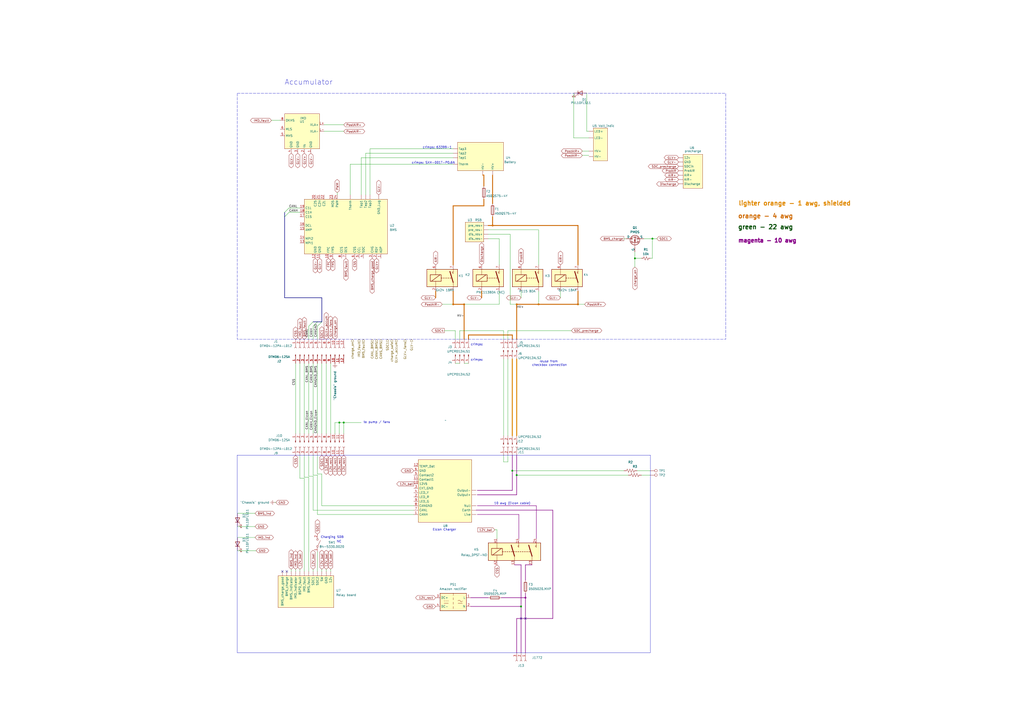
<source format=kicad_sch>
(kicad_sch (version 20231120) (generator "eeschema") (generator_version "8.0")
  (paper "A2")
  (lib_symbols
    (symbol "Connector:Conn_01x03_Socket" (pin_names (offset 1.016) hide)
      (property "Reference" "J" (at 0 5.08 0))
      (property "Value" "Conn_01x03_Socket" (at 0 -5.08 0))
      (symbol "Conn_01x03_Socket_1_1"
        (pin passive line (at -5.08 2.54 0) (length 3.81) (name "Pin_1") (number "1"))
        (pin passive line (at -5.08 0 0) (length 3.81) (name "Pin_2") (number "2"))
        (pin passive line (at -5.08 -2.54 0) (length 3.81) (name "Pin_3") (number "3"))
      )
    )
    (symbol "Connector:Conn_01x04_Pin" (pin_names (offset 1.016) hide)
      (property "Reference" "J" (at 0 5.08 0))
      (property "Value" "Conn_01x04_Pin" (at 0 -7.62 0))
      (symbol "Conn_01x04_Pin_1_1"
        (pin passive line (at 5.08 2.54 180) (length 3.81) (name "Pin_1") (number "1"))
        (pin passive line (at 5.08 0 180) (length 3.81) (name "Pin_2") (number "2"))
        (pin passive line (at 5.08 -2.54 180) (length 3.81) (name "Pin_3") (number "3"))
        (pin passive line (at 5.08 -5.08 180) (length 3.81) (name "Pin_4") (number "4"))
      )
    )
    (symbol "Connector:Conn_01x04_Socket" (pin_names (offset 1.016) hide)
      (property "Reference" "J" (at 0 5.08 0))
      (property "Value" "Conn_01x04_Socket" (at 0 -7.62 0))
      (symbol "Conn_01x04_Socket_1_1"
        (pin passive line (at -5.08 2.54 0) (length 3.81) (name "Pin_1") (number "1"))
        (pin passive line (at -5.08 0 0) (length 3.81) (name "Pin_2") (number "2"))
        (pin passive line (at -5.08 -2.54 0) (length 3.81) (name "Pin_3") (number "3"))
        (pin passive line (at -5.08 -5.08 0) (length 3.81) (name "Pin_4") (number "4"))
      )
    )
    (symbol "Connector:Conn_01x12_Pin" (pin_names (offset 1.016) hide)
      (property "Reference" "J" (at 0 15.24 0))
      (property "Value" "Conn_01x12_Pin" (at 0 -17.78 0))
      (symbol "Conn_01x12_Pin_1_1"
        (pin passive line (at 5.08 12.7 180) (length 3.81) (name "Pin_1") (number "1"))
        (pin passive line (at 5.08 -10.16 180) (length 3.81) (name "Pin_10") (number "10"))
        (pin passive line (at 5.08 -12.7 180) (length 3.81) (name "Pin_11") (number "11"))
        (pin passive line (at 5.08 -15.24 180) (length 3.81) (name "Pin_12") (number "12"))
        (pin passive line (at 5.08 10.16 180) (length 3.81) (name "Pin_2") (number "2"))
        (pin passive line (at 5.08 7.62 180) (length 3.81) (name "Pin_3") (number "3"))
        (pin passive line (at 5.08 5.08 180) (length 3.81) (name "Pin_4") (number "4"))
        (pin passive line (at 5.08 2.54 180) (length 3.81) (name "Pin_5") (number "5"))
        (pin passive line (at 5.08 0 180) (length 3.81) (name "Pin_6") (number "6"))
        (pin passive line (at 5.08 -2.54 180) (length 3.81) (name "Pin_7") (number "7"))
        (pin passive line (at 5.08 -5.08 180) (length 3.81) (name "Pin_8") (number "8"))
        (pin passive line (at 5.08 -7.62 180) (length 3.81) (name "Pin_9") (number "9"))
      )
    )
    (symbol "Connector:Conn_01x12_Socket" (pin_names (offset 1.016) hide)
      (property "Reference" "J" (at 0 15.24 0))
      (property "Value" "Conn_01x12_Socket" (at 0 -17.78 0))
      (symbol "Conn_01x12_Socket_1_1"
        (pin passive line (at -5.08 12.7 0) (length 3.81) (name "Pin_1") (number "1"))
        (pin passive line (at -5.08 -10.16 0) (length 3.81) (name "Pin_10") (number "10"))
        (pin passive line (at -5.08 -12.7 0) (length 3.81) (name "Pin_11") (number "11"))
        (pin passive line (at -5.08 -15.24 0) (length 3.81) (name "Pin_12") (number "12"))
        (pin passive line (at -5.08 10.16 0) (length 3.81) (name "Pin_2") (number "2"))
        (pin passive line (at -5.08 7.62 0) (length 3.81) (name "Pin_3") (number "3"))
        (pin passive line (at -5.08 5.08 0) (length 3.81) (name "Pin_4") (number "4"))
        (pin passive line (at -5.08 2.54 0) (length 3.81) (name "Pin_5") (number "5"))
        (pin passive line (at -5.08 0 0) (length 3.81) (name "Pin_6") (number "6"))
        (pin passive line (at -5.08 -2.54 0) (length 3.81) (name "Pin_7") (number "7"))
        (pin passive line (at -5.08 -5.08 0) (length 3.81) (name "Pin_8") (number "8"))
        (pin passive line (at -5.08 -7.62 0) (length 3.81) (name "Pin_9") (number "9"))
      )
    )
    (symbol "Connector:TestPoint" (pin_numbers hide) (pin_names (offset 0.762) hide)
      (property "Reference" "TP" (at 0 6.858 0))
      (property "Value" "TestPoint" (at 0 5.08 0))
      (symbol "TestPoint_1_1"
        (pin passive line (at 0 0 90) (length 2.54) (name "1") (number "1"))
      )
    )
    (symbol "Converter_ACDC:VTX-214-010-112"
      (property "Reference" "PS" (at 0 8.89 0))
      (property "Value" "VTX-214-010-112" (at 0 6.35 0))
      (symbol "VTX-214-010-112_1_1"
        (pin power_in line (at -10.16 2.54 0) (length 2.54) (name "L") (number "1"))
        (pin power_in line (at -10.16 -2.54 0) (length 2.54) (name "N") (number "2"))
        (pin power_out line (at 10.16 2.54 180) (length 2.54) (name "DC+") (number "3"))
        (pin power_out line (at 10.16 -2.54 180) (length 2.54) (name "DC-") (number "4"))
      )
    )
    (symbol "Device:Fuse" (pin_numbers hide) (pin_names (offset 0))
      (property "Reference" "F" (at 2.032 0 90))
      (property "Value" "Fuse" (at -1.905 0 90))
      (symbol "Fuse_1_1"
        (pin passive line (at 0 3.81 270) (length 1.27) (name "~") (number "1"))
        (pin passive line (at 0 -3.81 90) (length 1.27) (name "~") (number "2"))
      )
    )
    (symbol "Device:LED" (pin_numbers hide) (pin_names (offset 1.016) hide)
      (property "Reference" "D" (at 0 2.54 0))
      (property "Value" "LED" (at 0 -2.54 0))
      (symbol "LED_1_1"
        (pin passive line (at -3.81 0 0) (length 2.54) (name "K") (number "1"))
        (pin passive line (at 3.81 0 180) (length 2.54) (name "A") (number "2"))
      )
    )
    (symbol "Device:R_Small_US" (pin_numbers hide) (pin_names (offset 0.254) hide)
      (property "Reference" "R" (at 0.762 0.508 0))
      (property "Value" "R_Small_US" (at 0.762 -1.016 0))
      (symbol "R_Small_US_1_1"
        (pin passive line (at 0 2.54 270) (length 1.016) (name "~") (number "1"))
        (pin passive line (at 0 -2.54 90) (length 1.016) (name "~") (number "2"))
      )
    )
    (symbol "Device:R_US" (pin_numbers hide) (pin_names (offset 0))
      (property "Reference" "R" (at 2.54 0 90))
      (property "Value" "R_US" (at -2.54 0 90))
      (symbol "R_US_1_1"
        (pin passive line (at 0 3.81 270) (length 1.27) (name "~") (number "1"))
        (pin passive line (at 0 -3.81 90) (length 1.27) (name "~") (number "2"))
      )
    )
    (symbol "FSAE:BMS"
      (property "Reference" "U2" (at 0 0 90))
      (property "Value" "BMS" (at -2.54 0 90))
      (symbol "BMS_1_1"
        (pin bidirectional line (at 17.78 6.35 180) (length 2.54) (name "GND_Lug") (number ""))
        (pin bidirectional line (at 17.78 16.51 180) (length 2.54) (name "Tap1") (number ""))
        (pin bidirectional line (at 17.78 13.97 180) (length 2.54) (name "Tap2") (number ""))
        (pin bidirectional line (at 17.78 11.43 180) (length 2.54) (name "Tap3") (number ""))
        (pin bidirectional line (at 17.78 22.86 180) (length 2.54) (name "Therm") (number ""))
        (pin power_in line (at -19.05 5.08 0) (length 2.54) (name "AOP") (number "1"))
        (pin input line (at -19.05 35.56 0) (length 2.54) (name "FPC") (number "10"))
        (pin bidirectional line (at -19.05 40.64 0) (length 2.54) (name "GND") (number "11"))
        (pin bidirectional line (at -19.05 43.18 0) (length 2.54) (name "GND") (number "12"))
        (pin input line (at -10.16 52.07 270) (length 2.54) (name "MPI1") (number "13"))
        (pin input line (at -7.62 52.07 270) (length 2.54) (name "MPI2") (number "14"))
        (pin output line (at -2.54 52.07 270) (length 2.54) (name "AMP") (number "15"))
        (pin output line (at 0 52.07 270) (length 2.54) (name "DCL") (number "16"))
        (pin bidirectional line (at 5.08 52.07 270) (length 2.54) (name "C1S") (number "17"))
        (pin bidirectional line (at 7.62 52.07 270) (length 2.54) (name "C1H") (number "18"))
        (pin bidirectional line (at 10.16 52.07 270) (length 2.54) (name "C1L") (number "19"))
        (pin power_in line (at -19.05 7.62 0) (length 2.54) (name "RDY") (number "2"))
        (pin bidirectional line (at 17.78 43.18 180) (length 2.54) (name "C2S") (number "20"))
        (pin bidirectional line (at 17.78 40.64 180) (length 2.54) (name "C2H") (number "21"))
        (pin bidirectional line (at 17.78 38.1 180) (length 2.54) (name "C2L") (number "22"))
        (pin output line (at 17.78 33.02 180) (length 2.54) (name "MOS") (number "23"))
        (pin output line (at 17.78 30.48 180) (length 2.54) (name "PWM") (number "24"))
        (pin power_in line (at -19.05 10.16 0) (length 2.54) (name "CHG") (number "3"))
        (pin output line (at -19.05 15.24 0) (length 2.54) (name "SOC") (number "4"))
        (pin output line (at -19.05 17.78 0) (length 2.54) (name "CCL") (number "5"))
        (pin output line (at -19.05 20.32 0) (length 2.54) (name "CSS") (number "6"))
        (pin output line (at -19.05 25.4 0) (length 2.54) (name "DES") (number "7"))
        (pin output line (at -19.05 27.94 0) (length 2.54) (name "CES") (number "8"))
        (pin input line (at -19.05 33.02 0) (length 2.54) (name "FMS") (number "9"))
      )
    )
    (symbol "FSAE:Battery"
      (property "Reference" "U3" (at -13.97 12.7 0))
      (property "Value" "Battery" (at -16.51 15.24 0))
      (symbol "Battery_1_1"
        (pin bidirectional line (at -6.35 22.86 270) (length 2.54) (name "HV+") (number ""))
        (pin bidirectional line (at -0.635 22.86 270) (length 2.54) (name "HV-") (number ""))
        (pin bidirectional line (at 16.51 12.7 180) (length 2.54) (name "Tap1") (number ""))
        (pin bidirectional line (at 16.51 10.16 180) (length 2.54) (name "Tap2") (number ""))
        (pin bidirectional line (at 16.51 7.62 180) (length 2.54) (name "Tap3") (number ""))
        (pin bidirectional line (at 16.51 16.51 180) (length 2.54) (name "Therm") (number ""))
      )
    )
    (symbol "FSAE:Elcon"
      (property "Reference" "U8" (at 0.3175 21.082 0))
      (property "Value" "~" (at 0 0 0))
      (symbol "Elcon_1_1"
        (pin input line (at -17.78 52.07 0) (length 2.54) (name "Earth") (number ""))
        (pin input line (at -17.78 54.61 0) (length 2.54) (name "Live") (number ""))
        (pin input line (at -17.78 49.53 0) (length 2.54) (name "Null") (number ""))
        (pin input line (at -17.78 43.18 0) (length 2.54) (name "Output+") (number ""))
        (pin input line (at -17.78 40.64 0) (length 2.54) (name "Output-") (number ""))
        (pin input line (at 18.415 54.61 180) (length 2.54) (name "CANH") (number "1"))
        (pin input line (at 18.415 36.83 180) (length 2.54) (name "12V5") (number "10"))
        (pin input line (at 18.415 34.29 180) (length 2.54) (name "Contact1") (number "11"))
        (pin input line (at 18.415 26.67 180) (length 2.54) (name "TEMP_Dat") (number "12"))
        (pin input line (at 18.415 44.45 180) (length 2.54) (name "LED_R") (number "2"))
        (pin input line (at 18.415 39.37 180) (length 2.54) (name "EXT_GND") (number "3"))
        (pin input line (at 18.415 41.91 180) (length 2.54) (name "LED_Y") (number "4"))
        (pin input line (at 18.415 31.75 180) (length 2.54) (name "Contact2") (number "5"))
        (pin input line (at 18.415 29.21 180) (length 2.54) (name "GND") (number "6"))
        (pin input line (at 18.415 52.07 180) (length 2.54) (name "CANL") (number "7"))
        (pin input line (at 18.415 49.53 180) (length 2.54) (name "CANGND") (number "8"))
        (pin input line (at 18.415 46.99 180) (length 2.54) (name "LED_G") (number "9"))
      )
    )
    (symbol "FSAE:IMD"
      (property "Reference" "U" (at 0 0 0))
      (symbol "IMD_1_1"
        (pin bidirectional line (at -3.81 25.4 270) (length 2.54) (name "GND") (number "1"))
        (pin power_in line (at 0 25.4 270) (length 2.54) (name "Vs") (number "2"))
        (pin bidirectional line (at 3.81 25.4 270) (length 2.54) (name "GND") (number "3"))
        (pin bidirectional line (at 7.62 25.4 270) (length 2.54) (name "GND") (number "4"))
        (pin output line (at 13.97 15.24 180) (length 2.54) (name "MHS") (number "5"))
        (pin output line (at 13.97 11.43 180) (length 2.54) (name "MLS") (number "6"))
        (pin output line (at 13.97 6.35 180) (length 2.54) (name "OKHS") (number "8"))
        (pin input line (at -11.43 8.89 0) (length 2.54) (name "XLA+") (number "L+"))
        (pin input line (at -11.43 12.7 0) (length 2.54) (name "XLA-") (number "L-"))
      )
    )
    (symbol "Random:Precharge"
      (property "Reference" "U" (at -0.635 8.255 90))
      (symbol "Precharge_1_1"
        (pin power_in line (at -6.35 -6.985 90) (length 2.54) (name "12v") (number ""))
        (pin output line (at 3.81 -6.985 90) (length 2.54) (name "AIR+") (number ""))
        (pin output line (at 6.35 -6.985 90) (length 2.54) (name "AIR-") (number ""))
        (pin output line (at 8.89 -6.985 90) (length 2.54) (name "Discharge") (number ""))
        (pin power_in line (at -3.81 -6.985 90) (length 2.54) (name "GND") (number ""))
        (pin output line (at 1.27 -6.985 90) (length 2.54) (name "PreAIR") (number ""))
        (pin input line (at -1.27 -6.985 90) (length 2.54) (name "SDCin") (number ""))
      )
    )
    (symbol "Random:RSB"
      (property "Reference" "U5" (at -5.715 6.985 0))
      (property "Value" "RSB" (at 0.635 6.985 0))
      (symbol "RSB_1_1"
        (pin input line (at 6.35 -1.27 180) (length 2.54) (name "dis_res+") (number ""))
        (pin input line (at 6.35 -3.81 180) (length 2.54) (name "dis_res-") (number ""))
        (pin input line (at 6.35 3.81 180) (length 2.54) (name "pre_res+") (number ""))
        (pin input line (at 6.35 1.27 180) (length 2.54) (name "pre_res-") (number ""))
      )
    )
    (symbol "Random:Volt_indic"
      (property "Reference" "U6" (at -11.43 -5.08 90))
      (property "Value" "Volt_indic" (at -11.43 3.81 90))
      (symbol "Volt_indic_1_1"
        (pin power_in line (at 3.175 -6.35 90) (length 2.54) (name "HV+") (number ""))
        (pin power_in line (at 6.35 -6.35 90) (length 2.54) (name "HV-") (number ""))
        (pin output line (at -8.255 -6.35 90) (length 2.54) (name "LED+") (number ""))
        (pin output line (at -4.445 -6.35 90) (length 2.54) (name "LED-") (number ""))
      )
    )
    (symbol "Relay:DIPxx-1Axx-11x"
      (property "Reference" "K" (at 8.89 3.81 0))
      (property "Value" "DIPxx-1Axx-11x" (at 8.89 1.27 0))
      (symbol "DIPxx-1Axx-11x_1_1"
        (pin passive line (at 5.08 -7.62 90) (length 2.54) (name "~") (number "1"))
        (pin passive line (at 5.08 -7.62 90) (length 2.54) hide (name "~") (number "14"))
        (pin passive line (at -5.08 -7.62 90) (length 2.54) (name "~") (number "2"))
        (pin passive line (at -5.08 7.62 270) (length 2.54) (name "~") (number "6"))
        (pin passive line (at 5.08 7.62 270) (length 2.54) (name "~") (number "7"))
        (pin passive line (at 5.08 7.62 270) (length 2.54) hide (name "~") (number "8"))
      )
    )
    (symbol "Relay:Relay_DPST-NO"
      (property "Reference" "K" (at 16.51 3.81 0))
      (property "Value" "Relay_DPST-NO" (at 16.51 1.27 0))
      (symbol "Relay_DPST-NO_1_1"
        (pin passive line (at 0 -7.62 90) (length 2.54) (name "~") (number "13"))
        (pin passive line (at 2.54 7.62 270) (length 2.54) (name "~") (number "14"))
        (pin passive line (at 10.16 -7.62 90) (length 2.54) (name "~") (number "23"))
        (pin passive line (at 12.7 7.62 270) (length 2.54) (name "~") (number "24"))
        (pin passive line (at -10.16 7.62 270) (length 2.54) (name "~") (number "A1"))
        (pin passive line (at -10.16 -7.62 90) (length 2.54) (name "~") (number "A2"))
      )
    )
    (symbol "Relay_board_1"
      (property "Reference" "U8" (at 8.255 -0.9525 0))
      (property "Value" "Relay board" (at 8.255 -3.4925 0))
      (symbol "Relay_board_1_1_1"
        (pin power_in line (at -5.08 -8.255 90) (length 2.54) (name "12v") (number ""))
        (pin input line (at 20.32 -8.255 90) (length 2.54) (name "BMS_charge") (number ""))
        (pin output line (at 22.86 -8.255 90) (length 2.54) (name "BMS_charge_good") (number ""))
        (pin input line (at 7.62 -8.255 90) (length 2.54) (name "BMS_fault") (number ""))
        (pin output line (at 17.78 -8.255 90) (length 2.54) (name "BMS_indicator") (number ""))
        (pin input line (at 12.7 -8.255 90) (length 2.54) (name "BSPD_fault") (number ""))
        (pin power_in line (at -2.54 -8.255 90) (length 2.54) (name "GND") (number ""))
        (pin input line (at 10.16 -8.255 90) (length 2.54) (name "IMD_fault") (number ""))
        (pin output line (at 15.24 -8.255 90) (length 2.54) (name "IMD_indicator") (number ""))
        (pin input line (at 5.08 -8.255 90) (length 2.54) (name "SDC1") (number ""))
        (pin output line (at 2.54 -8.255 90) (length 2.54) (name "SDC2") (number ""))
        (pin input line (at 0 -8.255 90) (length 2.54) (name "SW") (number ""))
      )
    )
    (symbol "Simulation_SPICE:PMOS" (pin_numbers hide) (pin_names (offset 0))
      (property "Reference" "Q" (at 5.08 1.27 0))
      (property "Value" "PMOS" (at 5.08 -1.27 0))
      (symbol "PMOS_1_1"
        (pin passive line (at 2.54 5.08 270) (length 2.54) (name "D") (number "1"))
        (pin input line (at -5.08 0 0) (length 2.54) (name "G") (number "2"))
        (pin passive line (at 2.54 -5.08 90) (length 2.54) (name "S") (number "3"))
      )
    )
    (symbol "Switch:SW_SPST" (pin_names (offset 0) hide)
      (property "Reference" "SW" (at 0 3.175 0))
      (property "Value" "SW_SPST" (at 0 -2.54 0))
      (symbol "SW_SPST_1_1"
        (pin passive line (at -5.08 0 0) (length 2.54) (name "A") (number "1"))
        (pin passive line (at 5.08 0 180) (length 2.54) (name "B") (number "2"))
      )
    )
    (symbol "power:Earth" (power) (pin_numbers hide) (pin_names (offset 0) hide)
      (property "Value" "Earth" (at 0 -3.81 0))
      (symbol "Earth_1_1"
        (pin power_in line (at 0 0 270) (length 0) (name "~") (number "1"))
      )
    )
  )
  (junction (at 302.26 351.79))
  (junction (at 368.3 149.86))
  (junction (at 262.89 176.53) (color 204 102 0 1))
  (junction (at 199.39 245.11))
  (junction (at 312.42 176.53) (color 204 102 0 1))
  (junction (at 297.18 273.05))
  (junction (at 378.46 138.43))
  (junction (at 299.72 176.53) (color 204 102 0 1))
  (junction (at 299.72 275.59))
  (junction (at 335.28 176.53) (color 204 102 0 1))
  (junction (at 304.8 346.71) (color 132 0 132 1))
  (junction (at 285.75 130.81) (color 204 102 0 1))
  (junction (at 196.85 245.11))
  (junction (at 269.24 176.53) (color 204 102 0 1))
  (no_connect (at 304.8 358.775))
  (no_connect (at 166.37 331.47))
  (no_connect (at 302.26 358.775))
  (no_connect (at 163.83 331.47))
  (bus_entry (at 184.15 186.69) (size -2.54 2.54))
  (bus_entry (at 184.15 189.23) (size 2.54 -2.54))
  (bus_entry (at 167.64 123.19) (size -2.54 2.54))
  (bus_entry (at 167.64 120.65) (size -2.54 2.54))
  (bus_entry (at 181.61 186.69) (size -2.54 2.54))
  (wire (pts (xy 173.99 264.16) (xy 173.99 277.495)))
  (wire (pts (xy 294.64 191.77) (xy 294.64 196.85)))
  (wire (pts (xy 373.38 138.43) (xy 378.46 138.43)))
  (wire (pts (xy 285.75 125.73) (xy 285.75 130.81)) (stroke (width 0.508) (color 204 102 0 1)))
  (wire (pts (xy 266.7 191.77) (xy 292.1 191.77)))
  (wire (pts (xy 195.58 111.76) (xy 195.58 113.03)))
  (wire (pts (xy 262.89 119.38) (xy 262.89 153.67)) (stroke (width 0.508) (color 204 102 0 1)))
  (wire (pts (xy 181.61 295.91) (xy 240.03 295.91)))
  (wire (pts (xy 212.09 88.9) (xy 262.89 88.9)))
  (wire (pts (xy 191.77 331.47) (xy 191.77 330.2)))
  (wire (pts (xy 340.36 76.2) (xy 341.63 76.2)))
  (wire (pts (xy 196.85 245.11) (xy 199.39 245.11)))
  (wire (pts (xy 199.39 245.11) (xy 199.39 251.46)))
  (wire (pts (xy 199.39 76.2) (xy 187.96 76.2)))
  (wire (pts (xy 147.955 297.815) (xy 137.795 297.815)))
  (wire (pts (xy 148.59 319.405) (xy 137.795 319.405)))
  (wire (pts (xy 302.26 327.66) (xy 302.26 351.79)) (stroke (width 0.3048) (color 132 0 132 1)))
  (wire (pts (xy 171.45 210.82) (xy 171.45 251.46)))
  (bus (pts (xy 165.1 125.73) (xy 165.1 172.72)))
  (wire (pts (xy 299.72 176.53) (xy 312.42 176.53)) (stroke (width 0.508) (color 204 102 0 1)))
  (wire (pts (xy 203.2 95.25) (xy 203.2 113.03)))
  (wire (pts (xy 168.91 330.2) (xy 168.91 331.47)))
  (wire (pts (xy 214.63 86.36) (xy 262.89 86.36)))
  (wire (pts (xy 290.83 346.71) (xy 304.8 346.71)) (stroke (width 0.3048) (color 132 0 132 1)))
  (wire (pts (xy 299.72 176.53) (xy 299.72 196.85)) (stroke (width 0.508) (color 204 102 0 1)))
  (wire (pts (xy 194.31 251.46) (xy 194.31 245.11)))
  (wire (pts (xy 181.61 210.82) (xy 181.61 251.46)))
  (wire (pts (xy 186.69 210.82) (xy 186.69 251.46)))
  (wire (pts (xy 378.46 138.43) (xy 381 138.43)))
  (wire (pts (xy 312.42 133.35) (xy 312.42 153.67)))
  (wire (pts (xy 269.24 176.53) (xy 289.56 176.53)))
  (wire (pts (xy 276.86 284.48) (xy 297.18 284.48)) (stroke (width 0.3048) (color 132 0 132 1)))
  (wire (pts (xy 304.8 327.66) (xy 308.61 327.66)) (stroke (width 0.3048) (color 132 0 132 1)))
  (wire (pts (xy 292.1 267.97) (xy 294.64 267.97)))
  (wire (pts (xy 302.26 172.72) (xy 302.26 168.91)))
  (wire (pts (xy 179.07 276.86) (xy 179.07 331.47)))
  (wire (pts (xy 176.53 277.495) (xy 176.53 331.47)))
  (wire (pts (xy 320.675 358.775) (xy 299.72 358.775)) (stroke (width 0.3048) (color 132 0 132 1)))
  (wire (pts (xy 285.75 101.6) (xy 285.75 118.11)) (stroke (width 0.508) (color 204 102 0 1)))
  (wire (pts (xy 269.24 176.53) (xy 269.24 196.85)) (stroke (width 0.508) (color 204 102 0 1)))
  (wire (pts (xy 173.99 330.2) (xy 173.99 331.47)))
  (wire (pts (xy 264.16 191.77) (xy 264.16 196.85)))
  (wire (pts (xy 189.23 210.82) (xy 189.23 251.46)))
  (wire (pts (xy 276.86 293.37) (xy 311.15 293.37)) (stroke (width 0.254) (color 132 0 132 1)))
  (wire (pts (xy 325.12 168.91) (xy 325.12 172.72)))
  (wire (pts (xy 181.61 330.2) (xy 181.61 331.47)))
  (bus (pts (xy 186.69 186.69) (xy 186.69 172.72)))
  (wire (pts (xy 147.955 311.785) (xy 137.795 311.785)))
  (wire (pts (xy 294.64 191.77) (xy 331.47 191.77)))
  (wire (pts (xy 194.31 245.11) (xy 196.85 245.11)))
  (wire (pts (xy 276.86 287.02) (xy 299.72 287.02)) (stroke (width 0.3048) (color 132 0 132 1)))
  (wire (pts (xy 273.05 351.79) (xy 302.26 351.79)) (stroke (width 0.3048) (color 132 0 132 1)))
  (wire (pts (xy 299.72 358.775) (xy 299.72 378.46)) (stroke (width 0.3048) (color 132 0 132 1)))
  (wire (pts (xy 181.61 264.16) (xy 181.61 275.59)))
  (wire (pts (xy 304.8 327.66) (xy 304.8 336.55)) (stroke (width 0.3048) (color 132 0 132 1)))
  (wire (pts (xy 199.39 245.11) (xy 209.55 245.11)))
  (wire (pts (xy 157.48 69.85) (xy 162.56 69.85)))
  (wire (pts (xy 186.69 331.47) (xy 186.69 330.2)))
  (wire (pts (xy 257.81 191.77) (xy 264.16 191.77)))
  (wire (pts (xy 368.3 146.05) (xy 368.3 149.86)))
  (wire (pts (xy 300.99 298.45) (xy 300.99 312.42)) (stroke (width 0.254) (color 132 0 132 1)))
  (wire (pts (xy 187.96 72.39) (xy 199.39 72.39)))
  (wire (pts (xy 176.53 264.16) (xy 176.53 276.86)))
  (bus (pts (xy 165.1 123.19) (xy 165.1 125.73)))
  (wire (pts (xy 372.11 275.59) (xy 377.19 275.59)))
  (wire (pts (xy 292.1 208.28) (xy 292.1 252.73)))
  (wire (pts (xy 256.54 176.53) (xy 262.89 176.53)))
  (wire (pts (xy 167.64 123.19) (xy 173.99 123.19)))
  (wire (pts (xy 186.69 274.955) (xy 186.69 293.37)))
  (bus (pts (xy 186.69 172.72) (xy 165.1 172.72)))
  (wire (pts (xy 179.07 276.225) (xy 181.61 276.225)))
  (wire (pts (xy 176.53 276.86) (xy 179.07 276.86)))
  (wire (pts (xy 214.63 113.03) (xy 214.63 86.36)))
  (wire (pts (xy 184.15 275.59) (xy 184.15 298.45)))
  (wire (pts (xy 361.95 138.43) (xy 363.22 138.43)))
  (wire (pts (xy 288.29 307.34) (xy 288.29 312.42)))
  (bus (pts (xy 181.61 186.69) (xy 184.15 186.69)))
  (wire (pts (xy 147.955 305.435) (xy 137.795 305.435)))
  (wire (pts (xy 287.02 307.34) (xy 288.29 307.34)))
  (wire (pts (xy 271.78 196.85) (xy 271.78 194.31)) (stroke (width 0.508) (color 204 102 0 1)))
  (wire (pts (xy 283.21 130.81) (xy 285.75 130.81)) (stroke (width 0.508) (color 204 102 0 1)))
  (wire (pts (xy 312.42 176.53) (xy 312.42 168.91)))
  (wire (pts (xy 181.61 189.23) (xy 181.61 196.85)))
  (wire (pts (xy 294.64 267.97) (xy 294.64 264.16)))
  (wire (pts (xy 181.61 295.91) (xy 181.61 276.225)))
  (wire (pts (xy 173.99 210.82) (xy 173.99 251.46)))
  (wire (pts (xy 335.28 176.53) (xy 339.09 176.53)))
  (wire (pts (xy 337.82 90.17) (xy 341.63 90.17)))
  (wire (pts (xy 184.15 189.23) (xy 184.15 196.85)))
  (wire (pts (xy 372.11 149.86) (xy 368.3 149.86)))
  (wire (pts (xy 209.55 113.03) (xy 209.55 91.44)))
  (wire (pts (xy 295.91 135.89) (xy 295.91 176.53)))
  (wire (pts (xy 262.89 119.38) (xy 280.67 119.38)) (stroke (width 0.508) (color 204 102 0 1)))
  (wire (pts (xy 273.05 346.71) (xy 283.21 346.71)) (stroke (width 0.3048) (color 132 0 132 1)))
  (wire (pts (xy 289.56 138.43) (xy 283.21 138.43)))
  (wire (pts (xy 368.3 149.86) (xy 368.3 154.94)))
  (wire (pts (xy 283.21 135.89) (xy 295.91 135.89)))
  (wire (pts (xy 179.07 210.82) (xy 179.07 251.46)))
  (wire (pts (xy 186.69 293.37) (xy 240.03 293.37)))
  (wire (pts (xy 181.61 275.59) (xy 184.15 275.59)))
  (wire (pts (xy 297.18 264.16) (xy 297.18 273.05)) (stroke (width 0.3048) (color 132 0 132 1)))
  (bus (pts (xy 184.15 186.69) (xy 186.69 186.69)))
  (wire (pts (xy 335.28 176.53) (xy 312.42 176.53)) (stroke (width 0.508) (color 204 102 0 1)))
  (wire (pts (xy 299.72 264.16) (xy 299.72 275.59)) (stroke (width 0.3048) (color 132 0 132 1)))
  (wire (pts (xy 179.07 264.16) (xy 179.07 276.225)))
  (wire (pts (xy 252.73 168.91) (xy 252.73 172.72)) (stroke (width 0.508) (color 204 102 0 1)))
  (wire (pts (xy 304.8 344.17) (xy 304.8 346.71)) (stroke (width 0.3048) (color 132 0 132 1)))
  (wire (pts (xy 179.07 189.23) (xy 179.07 196.85)))
  (wire (pts (xy 269.24 210.82) (xy 271.78 210.82)))
  (wire (pts (xy 302.26 351.79) (xy 302.26 378.46)) (stroke (width 0.3048) (color 132 0 132 1)))
  (wire (pts (xy 297.18 273.05) (xy 298.45 273.05)) (stroke (width 0) (color 132 0 132 1)))
  (wire (pts (xy 280.67 115.57) (xy 280.67 119.38)) (stroke (width 0.508) (color 204 102 0 1)))
  (wire (pts (xy 167.64 120.65) (xy 173.99 120.65)))
  (wire (pts (xy 189.23 331.47) (xy 189.23 330.2)))
  (wire (pts (xy 283.21 133.35) (xy 312.42 133.35)))
  (wire (pts (xy 209.55 91.44) (xy 262.89 91.44)))
  (wire (pts (xy 160.02 291.465) (xy 159.385 291.465)))
  (wire (pts (xy 184.15 210.82) (xy 184.15 251.46)))
  (wire (pts (xy 299.72 208.28) (xy 299.72 252.73)) (stroke (width 0.5588) (color 221 133 0 1)))
  (wire (pts (xy 212.09 88.9) (xy 212.09 113.03)))
  (wire (pts (xy 297.18 284.48) (xy 297.18 273.05)) (stroke (width 0.3048) (color 132 0 132 1)))
  (wire (pts (xy 294.64 208.28) (xy 294.64 252.73)))
  (wire (pts (xy 369.57 273.05) (xy 377.19 273.05)))
  (wire (pts (xy 298.45 273.05) (xy 361.95 273.05)))
  (wire (pts (xy 173.99 277.495) (xy 176.53 277.495)))
  (wire (pts (xy 266.7 196.85) (xy 266.7 191.77)))
  (wire (pts (xy 320.675 295.91) (xy 276.225 295.91)) (stroke (width 0.3048) (color 132 0 132 1)))
  (wire (pts (xy 299.72 287.02) (xy 299.72 275.59)) (stroke (width 0.3048) (color 132 0 132 1)))
  (wire (pts (xy 340.36 53.975) (xy 340.36 76.2)))
  (wire (pts (xy 332.74 80.01) (xy 341.63 80.01)))
  (wire (pts (xy 276.86 298.45) (xy 300.99 298.45)) (stroke (width 0.254) (color 132 0 132 1)))
  (wire (pts (xy 262.89 168.91) (xy 262.89 176.53)) (stroke (width 0.508) (color 204 102 0 1)))
  (wire (pts (xy 176.53 210.82) (xy 176.53 251.46)))
  (wire (pts (xy 203.2 95.25) (xy 262.89 95.25)))
  (wire (pts (xy 184.15 274.955) (xy 186.69 274.955)))
  (wire (pts (xy 311.15 293.37) (xy 311.15 312.42)) (stroke (width 0.254) (color 132 0 132 1)))
  (wire (pts (xy 299.72 275.59) (xy 364.49 275.59)))
  (wire (pts (xy 298.45 327.66) (xy 302.26 327.66)) (stroke (width 0.3048) (color 132 0 132 1)))
  (wire (pts (xy 271.78 194.31) (xy 297.18 194.31)) (stroke (width 0.508) (color 204 102 0 1)))
  (wire (pts (xy 171.45 330.2) (xy 171.45 331.47)))
  (wire (pts (xy 279.4 168.91) (xy 279.4 172.72)) (stroke (width 0.508) (color 204 102 0 1)))
  (wire (pts (xy 299.72 176.53) (xy 295.91 176.53)))
  (wire (pts (xy 285.75 130.81) (xy 335.28 130.81)) (stroke (width 0.508) (color 204 102 0 1)))
  (wire (pts (xy 196.85 245.11) (xy 196.85 251.46)))
  (wire (pts (xy 184.15 331.47) (xy 184.15 320.04)))
  (wire (pts (xy 280.035 101.6) (xy 280.67 101.6)) (stroke (width 0.508) (color 204 102 0 1)))
  (wire (pts (xy 289.56 153.67) (xy 289.56 138.43)))
  (wire (pts (xy 280.67 101.6) (xy 280.67 107.95)) (stroke (width 0.508) (color 204 102 0 1)))
  (wire (pts (xy 191.77 210.82) (xy 191.77 251.46)))
  (wire (pts (xy 262.89 176.53) (xy 269.24 176.53)) (stroke (width 0.508) (color 204 102 0 1)))
  (wire (pts (xy 264.16 210.82) (xy 266.7 210.82)))
  (wire (pts (xy 184.15 298.45) (xy 240.03 298.45)))
  (wire (pts (xy 378.46 138.43) (xy 378.46 149.86)))
  (wire (pts (xy 289.56 176.53) (xy 289.56 168.91)))
  (wire (pts (xy 297.18 194.31) (xy 297.18 196.85)) (stroke (width 0.508) (color 204 102 0 1)))
  (wire (pts (xy 184.15 264.16) (xy 184.15 274.955)))
  (wire (pts (xy 292.1 264.16) (xy 292.1 267.97)))
  (wire (pts (xy 335.28 153.67) (xy 335.28 130.81)) (stroke (width 0.508) (color 204 102 0 1)))
  (wire (pts (xy 320.675 295.91) (xy 320.675 358.775)) (stroke (width 0.3048) (color 132 0 132 1)))
  (wire (pts (xy 378.46 149.86) (xy 377.19 149.86)))
  (wire (pts (xy 292.1 196.85) (xy 292.1 191.77)))
  (wire (pts (xy 297.18 208.28) (xy 297.18 252.73)) (stroke (width 0.5588) (color 221 133 0 1)))
  (wire (pts (xy 335.28 168.91) (xy 335.28 176.53)) (stroke (width 0.508) (color 204 102 0 1)))
  (wire (pts (xy 337.82 87.63) (xy 341.63 87.63)))
  (wire (pts (xy 332.74 80.01) (xy 332.74 53.975)))
  (wire (pts (xy 304.8 346.71) (xy 304.8 378.46)) (stroke (width 0.3048) (color 132 0 132 1)))
  (rectangle (start 137.668 54.1782) (end 421.005 196.85) (stroke (width 0) (type dash)))
  (rectangle (start 137.541 264.033) (end 377.317 378.587))
  (text "NC" (at 198.12 314.96 0) (effects (font (size 1.27 1.27)) (justify right bottom)))
  (text "Elcon Charger\n" (at 257.81 307.34 0) (effects (font (size 1.27 1.27))))
  (text "Charging SDB" (at 199.39 312.42 0) (effects (font (size 1.27 1.27)) (justify right bottom)))
  (text "to pump / fans" (at 210.82 245.745 0) (effects (font (size 1.27 1.27)) (justify left bottom)))
  (text "Accumulator\n" (at 165.1 49.53 0) (effects (font (size 3 3)) (justify left bottom)))
  (text "10 awg (Elcon cable)" (at 297.18 292.1 0) (effects (font (size 1.27 1.27))))
  (text "reuse from \ncheckbox connection" (at 318.77 210.82 0) (effects (font (size 1.27 1.27))))
  (text "crimps:\n" (at 273.05 200.66 0) (effects (font (size 1.27 1.27)) (justify left bottom)))
  (text "lighter orange - 1 awg, shielded" (at 461.01 118.11 0) (effects (font (size 2.54 2.54) (thickness 0.508) (bold yes))))
  (text "green - 22 awg" (at 427.99 133.35 0) (effects (font (size 2.54 2.54) (thickness 0.508) (bold yes)) (justify left bottom)))
  (text "orange - 4 awg\n" (at 427.99 127 0) (effects (font (size 2.54 2.54) (thickness 0.508) (bold yes)) (justify left bottom)))
  (text "magenta - 10 awg\n" (at 427.99 139.7 0) (effects (font (size 2.286 2.286) (thickness 1.016) (bold yes)) (justify left)))
  (text "crimps:\n" (at 273.05 209.55 0) (effects (font (size 1.27 1.27)) (justify left bottom)))
  (text "crimps: 63399-1" (at 245.11 86.36 0) (effects (font (size 1.27 1.27)) (justify left bottom)))
  (text "crimps: SXH-001T-P0.6N\n" (at 238.76 95.25 0) (effects (font (size 1.27 1.27)) (justify left bottom)))
  (label "CANH_BMS" (at 181.61 212.09 270))
  (label "CANGND_BMS" (at 184.15 212.09 270))
  (label "CANGND_Elcon" (at 184.15 237.49 270))
  (label "CANGND" (at 184.15 195.58 90))
  (label "CANH" (at 181.61 195.58 90))
  (label "CANH" (at 167.64 123.19 0))
  (label "CANL" (at 179.07 195.58 90))
  (label "CANL_BMS" (at 179.07 212.09 270))
  (label "CSS" (at 171.45 223.52 90))
  (label "HV+" (at 299.72 179.07 0))
  (label "CANL" (at 167.64 120.65 0))
  (label "CANL_Elcon" (at 179.07 238.125 270))
  (label "HV-" (at 269.24 184.15 180))
  (label "CANH_Elcon" (at 181.61 238.125 270))
  (global_label "SDC1" (shape bidirectional) (at 186.69 264.16 270) (property "Intersheetrefs" "${INTERSHEET_REFS}" (effects (hide yes))))
  (global_label "PreAIR" (shape bidirectional) (at 302.26 153.67 90) (property "Intersheetrefs" "${INTERSHEET_REFS}" (effects (hide yes))))
  (global_label "SDC1" (shape bidirectional) (at 184.15 309.88 90) (property "Intersheetrefs" "${INTERSHEET_REFS}" (effects (hide yes))))
  (global_label "charge_on" (shape bidirectional) (at 368.3 154.94 270) (property "Intersheetrefs" "${INTERSHEET_REFS}" (effects (hide yes))))
  (global_label "SDC1" (shape output) (at 186.69 196.85 90) (property "Intersheetrefs" "${INTERSHEET_REFS}" (effects (hide yes))))
  (global_label "GLV-" (shape bidirectional) (at 279.4 172.72 180) (property "Intersheetrefs" "${INTERSHEET_REFS}" (effects (hide yes))))
  (global_label "12V_rect" (shape bidirectional) (at 194.31 264.16 270) (property "Intersheetrefs" "${INTERSHEET_REFS}" (effects (hide yes))))
  (global_label "GLV+_fans" (shape bidirectional) (at 191.77 196.85 90) (property "Intersheetrefs" "${INTERSHEET_REFS}" (effects (hide yes))))
  (global_label "12V_bat" (shape bidirectional) (at 173.99 330.2 90) (property "Intersheetrefs" "${INTERSHEET_REFS}" (effects (hide yes))))
  (global_label "PostAIR+" (shape bidirectional) (at 339.09 176.53 0) (property "Intersheetrefs" "${INTERSHEET_REFS}" (effects (hide yes))))
  (global_label "GND" (shape bidirectional) (at 160.02 291.465 0) (property "Intersheetrefs" "${INTERSHEET_REFS}" (effects (hide yes))))
  (global_label "PostAIR-" (shape bidirectional) (at 199.39 76.2 0) (property "Intersheetrefs" "${INTERSHEET_REFS}" (effects (hide yes))))
  (global_label "AIR-" (shape bidirectional) (at 252.73 153.67 90) (property "Intersheetrefs" "${INTERSHEET_REFS}" (effects (hide yes))))
  (global_label "GLV-" (shape bidirectional) (at 252.73 172.72 180) (property "Intersheetrefs" "${INTERSHEET_REFS}" (effects (hide yes))))
  (global_label "CSS" (shape bidirectional) (at 171.45 264.16 270) (property "Intersheetrefs" "${INTERSHEET_REFS}" (effects (hide yes))))
  (global_label "FPC" (shape bidirectional) (at 190.5 149.86 270) (property "Intersheetrefs" "${INTERSHEET_REFS}" (effects (hide yes))))
  (global_label "12V_rect" (shape bidirectional) (at 196.85 264.16 270) (property "Intersheetrefs" "${INTERSHEET_REFS}" (effects (hide yes))))
  (global_label "12V_rect" (shape bidirectional) (at 191.77 264.16 270) (property "Intersheetrefs" "${INTERSHEET_REFS}" (effects (hide yes))))
  (global_label "GLV+" (shape bidirectional) (at 176.53 88.9 270) (property "Intersheetrefs" "${INTERSHEET_REFS}" (effects (hide yes))))
  (global_label "PostAIR+" (shape bidirectional) (at 337.82 87.63 180) (property "Intersheetrefs" "${INTERSHEET_REFS}" (effects (hide yes))))
  (global_label "GND" (shape bidirectional) (at 252.73 351.79 180) (property "Intersheetrefs" "${INTERSHEET_REFS}" (effects (hide yes))))
  (global_label "charge_on" (shape bidirectional) (at 194.31 196.85 90) (property "Intersheetrefs" "${INTERSHEET_REFS}" (effects (hide yes))))
  (global_label "CSS" (shape bidirectional) (at 288.29 327.66 270) (property "Intersheetrefs" "${INTERSHEET_REFS}" (effects (hide yes))))
  (global_label "12V_rect" (shape bidirectional) (at 199.39 264.16 270) (property "Intersheetrefs" "${INTERSHEET_REFS}" (effects (hide yes))))
  (global_label "FMS" (shape bidirectional) (at 193.04 149.86 270) (property "Intersheetrefs" "${INTERSHEET_REFS}" (effects (hide yes))))
  (global_label "GLV-" (shape bidirectional) (at 302.26 172.72 180) (property "Intersheetrefs" "${INTERSHEET_REFS}" (effects (hide yes))))
  (global_label "Discharge" (shape bidirectional) (at 393.7 106.68 180) (property "Intersheetrefs" "${INTERSHEET_REFS}" (effects (hide yes))))
  (global_label "12V_bat" (shape input) (at 287.02 307.34 180) (property "Intersheetrefs" "${INTERSHEET_REFS}" (effects (hide yes))))
  (global_label "GLV-" (shape bidirectional) (at 185.42 149.86 270) (property "Intersheetrefs" "${INTERSHEET_REFS}" (effects (hide yes))))
  (global_label "AIR+" (shape bidirectional) (at 393.7 101.6 180) (property "Intersheetrefs" "${INTERSHEET_REFS}" (effects (hide yes))))
  (global_label "PostAIR-" (shape bidirectional) (at 337.82 90.17 180) (property "Intersheetrefs" "${INTERSHEET_REFS}" (effects (hide yes))))
  (global_label "BMS_fault" (shape bidirectional) (at 176.53 196.85 90) (property "Intersheetrefs" "${INTERSHEET_REFS}" (effects (hide yes))))
  (global_label "CSS" (shape bidirectional) (at 205.74 149.86 270) (property "Intersheetrefs" "${INTERSHEET_REFS}" (effects (hide yes))))
  (global_label "PostAIR+" (shape bidirectional) (at 199.39 72.39 0) (property "Intersheetrefs" "${INTERSHEET_REFS}" (effects (hide yes))))
  (global_label "SDC4" (shape output) (at 257.81 191.77 180) (property "Intersheetrefs" "${INTERSHEET_REFS}" (effects (hide yes))))
  (global_label "AIR-" (shape bidirectional) (at 393.7 104.14 180) (property "Intersheetrefs" "${INTERSHEET_REFS}" (effects (hide yes))))
  (global_label "GLV+" (shape bidirectional) (at 218.44 149.86 270) (property "Intersheetrefs" "${INTERSHEET_REFS}" (effects (hide yes))))
  (global_label "BMS_charge" (shape output) (at 361.95 138.43 180) (property "Intersheetrefs" "${INTERSHEET_REFS}" (effects (hide yes))))
  (global_label "BMS_fault" (shape bidirectional) (at 200.66 149.86 270) (property "Intersheetrefs" "${INTERSHEET_REFS}" (effects (hide yes))))
  (global_label "IMD_fault" (shape bidirectional) (at 173.99 196.85 90) (property "Intersheetrefs" "${INTERSHEET_REFS}" (effects (hide yes))))
  (global_label "GND" (shape bidirectional) (at 147.955 305.435 0) (property "Intersheetrefs" "${INTERSHEET_REFS}" (effects (hide yes))))
  (global_label "PreAIR" (shape bidirectional) (at 393.7 99.06 180) (property "Intersheetrefs" "${INTERSHEET_REFS}" (effects (hide yes))))
  (global_label "SDC_precharge" (shape bidirectional) (at 331.47 191.77 0) (property "Intersheetrefs" "${INTERSHEET_REFS}" (effects (hide yes))))
  (global_label "12V_bat" (shape bidirectional) (at 189.23 330.2 90) (property "Intersheetrefs" "${INTERSHEET_REFS}" (effects (hide yes))))
  (global_label "GLV+_accum" (shape bidirectional) (at 189.23 196.85 90) (property "Intersheetrefs" "${INTERSHEET_REFS}" (effects (hide yes))))
  (global_label "SDC1" (shape bidirectional) (at 381 138.43 0) (property "Intersheetrefs" "${INTERSHEET_REFS}" (effects (hide yes))))
  (global_label "GLV+" (shape bidirectional) (at 393.7 91.44 180) (property "Intersheetrefs" "${INTERSHEET_REFS}" (effects (hide yes))))
  (global_label "CSS" (shape bidirectional) (at 171.45 196.85 90) (property "Intersheetrefs" "${INTERSHEET_REFS}" (effects (hide yes))))
  (global_label "12V_bat" (shape bidirectional) (at 181.61 330.2 90) (property "Intersheetrefs" "${INTERSHEET_REFS}" (effects (hide yes))))
  (global_label "GLV-" (shape bidirectional) (at 325.12 172.72 180) (property "Intersheetrefs" "${INTERSHEET_REFS}" (effects (hide yes))))
  (global_label "GLV-" (shape bidirectional) (at 168.91 88.9 270) (property "Intersheetrefs" "${INTERSHEET_REFS}" (effects (hide yes))))
  (global_label "SDC_precharge" (shape bidirectional) (at 393.7 96.52 180) (property "Intersheetrefs" "${INTERSHEET_REFS}" (effects (hide yes))))
  (global_label "12V_bat" (shape bidirectional) (at 191.77 330.2 90) (property "Intersheetrefs" "${INTERSHEET_REFS}" (effects (hide yes))))
  (global_label "BMS_charge_good" (shape bidirectional) (at 215.9 149.86 270) (property "Intersheetrefs" "${INTERSHEET_REFS}" (effects (hide yes))))
  (global_label "GLV-" (shape bidirectional) (at 172.72 88.9 270) (property "Intersheetrefs" "${INTERSHEET_REFS}" (effects (hide yes))))
  (global_label "IMD_ind" (shape bidirectional) (at 171.45 330.2 90) (property "Intersheetrefs" "${INTERSHEET_REFS}" (effects (hide yes))))
  (global_label "GND" (shape bidirectional) (at 148.59 319.405 0) (property "Intersheetrefs" "${INTERSHEET_REFS}" (effects (hide yes))))
  (global_label "BMS_ind" (shape bidirectional) (at 168.91 330.2 90) (property "Intersheetrefs" "${INTERSHEET_REFS}" (effects (hide yes))))
  (global_label "IMD_fault" (shape bidirectional) (at 157.48 69.85 180) (property "Intersheetrefs" "${INTERSHEET_REFS}" (effects (hide yes))))
  (global_label "PostAIR-" (shape bidirectional) (at 256.54 176.53 180) (property "Intersheetrefs" "${INTERSHEET_REFS}" (effects (hide yes))))
  (global_label "12V_bat" (shape bidirectional) (at 186.69 330.2 90) (property "Intersheetrefs" "${INTERSHEET_REFS}" (effects (hide yes))))
  (global_label "12V_bat" (shape bidirectional) (at 189.23 264.16 270) (property "Intersheetrefs" "${INTERSHEET_REFS}" (effects (hide yes))))
  (global_label "GND" (shape bidirectional) (at 240.03 273.05 180) (property "Intersheetrefs" "${INTERSHEET_REFS}" (effects (hide yes))))
  (global_label "12V_bat" (shape output) (at 240.03 280.67 180) (property "Intersheetrefs" "${INTERSHEET_REFS}" (effects (hide yes))))
  (global_label "GLV-" (shape bidirectional) (at 219.71 113.03 90) (property "Intersheetrefs" "${INTERSHEET_REFS}" (effects (hide yes))))
  (global_label "GLV-" (shape bidirectional) (at 393.7 93.98 180) (property "Intersheetrefs" "${INTERSHEET_REFS}" (effects (hide yes))))
  (global_label "GLV-" (shape bidirectional) (at 180.34 88.9 270) (property "Intersheetrefs" "${INTERSHEET_REFS}" (effects (hide yes))))
  (global_label "Discharge" (shape bidirectional) (at 279.4 153.67 90) (property "Intersheetrefs" "${INTERSHEET_REFS}" (effects (hide yes))))
  (global_label "IMD_ind" (shape bidirectional) (at 147.955 311.785 0) (property "Intersheetrefs" "${INTERSHEET_REFS}" (effects (hide yes))))
  (global_label "GLV-" (shape bidirectional) (at 182.88 149.86 270) (property "Intersheetrefs" "${INTERSHEET_REFS}" (effects (hide yes))))
  (global_label "BMS_ind" (shape bidirectional) (at 147.955 297.815 0) (property "Intersheetrefs" "${INTERSHEET_REFS}" (effects (hide yes))))
  (global_label "PWM" (shape bidirectional) (at 195.58 111.76 90) (property "Intersheetrefs" "${INTERSHEET_REFS}" (effects (hide yes))))
  (global_label "AIR+" (shape bidirectional) (at 325.12 153.67 90) (property "Intersheetrefs" "${INTERSHEET_REFS}" (effects (hide yes))))
  (global_label "12V_rect" (shape bidirectional) (at 252.73 346.71 180) (property "Intersheetrefs" "${INTERSHEET_REFS}" (effects (hide yes))))
  (hierarchical_label "GLV-" (shape input) (at 238.76 196.85 270))
  (hierarchical_label "IMD_fault" (shape input) (at 208.28 196.85 270))
  (hierarchical_label "SDC1" (shape input) (at 224.79 196.85 270))
  (hierarchical_label "BMS_fault" (shape input) (at 210.82 196.85 270))
  (hierarchical_label "CANH_BMS" (shape input) (at 218.44 196.85 270))
  (hierarchical_label "CANL_BMS" (shape input) (at 215.9 196.85 270))
  (hierarchical_label "GLV+_fans" (shape input) (at 234.95 196.85 270))
  (hierarchical_label "CANS_BMS" (shape input) (at 220.98 196.85 270))
  (hierarchical_label "charge_safe" (shape input) (at 227.33 196.85 270))
  (hierarchical_label "charge_on" (shape input) (at 204.47 196.85 270))
  (hierarchical_label "GLV+_accum" (shape input) (at 229.87 196.85 270))
  (symbol (lib_id "Device:LED") (at 137.795 301.625 90) (unit 1)
    (property "Reference" "D2" (at 141.605 297.815 0) (effects (justify right)))
    (property "Value" "PVL10FLS11" (at 143.51 295.275 0) (effects (justify right)))
    (property "Footprint" "LED_THT:LED_D3.0mm" (effects (hide yes)))
  )
  (symbol (lib_id "Device:LED") (at 336.55 53.975 0) (unit 1)
    (property "Reference" "D1" (at 340.36 57.785 0) (effects (justify right)))
    (property "Value" "PVL10FLS11" (at 342.9 59.69 0) (effects (justify right)))
    (property "Footprint" "LED_THT:LED_D3.0mm" (effects (hide yes)))
  )
  (symbol (lib_id "Connector:TestPoint") (at 377.19 273.05 270) (unit 1)
    (property "Reference" "TP1" (at 382.27 273.05 90) (effects (justify left)))
    (property "Value" "TestPoint" (effects (hide yes)))
  )
  (symbol (lib_id "Device:Fuse") (at 280.67 111.76 0) (unit 1)
    (property "Reference" "F2" (at 281.94 111.125 0) (effects (justify left)))
    (property "Value" "A50QS75-4Y" (at 281.94 113.665 0) (effects (justify left)))
  )
  (symbol (lib_id "Relay:Relay_DPST-NO") (at 298.45 320.04 0) (unit 1)
    (property "Reference" "K5" (at 274.955 318.77 0) (effects (justify left)))
    (property "Value" "Relay_DPST-NO" (at 267.335 321.945 0) (effects (justify left)))
    (property "Description" "Monostable Relay DPST, Normally Open, EN50005" (effects (hide yes)))
  )
  (symbol (lib_name "Relay_board_1") (lib_id "Random:Relay_board") (at 186.69 339.725 180) (unit 1)
    (property "Reference" "U7" (at 194.945 342.5825 0) (effects (justify right)))
    (property "Value" "Relay board" (at 194.945 345.1225 0) (effects (justify right)))
  )
  (symbol (lib_id "Connector:Conn_01x12_Socket") (at 184.15 201.93 90) (mirror x) (unit 1)
    (property "Reference" "J1" (at 160.02 198.12 90))
    (property "Value" "DTM04-12PA-L012" (at 160.02 200.66 90))
  )
  (symbol (lib_id "power:Earth") (at 159.385 291.465 270) (unit 1)
    (property "Reference" "#PWR03" (effects (hide yes)))
    (property "Value" "\"Chassis\" ground" (at 156.21 291.4649 90) (effects (justify right)))
    (property "Description" "Power symbol creates a global label with name \"Earth\"" (effects (hide yes)))
  )
  (symbol (lib_id "FSAE:IMD") (at 176.53 63.5 180) (unit 1)
    (property "Reference" "U1" (at 175.26 70.485 0))
    (property "Value" "IMD" (at 175.895 68.58 0))
  )
  (symbol (lib_id "Converter_ACDC:VTX-214-010-112") (at 262.89 349.25 0) (mirror y) (unit 1)
    (property "Reference" "PS1" (at 262.89 339.09 0))
    (property "Value" "Amazon rectifier" (at 262.89 341.63 0))
    (property "Footprint" "Converter_ACDC:Converter_ACDC_Vigortronix_VTX-214-010-xxx_THT" (effects (hide yes)))
    (property "Datasheet" "http://www.vigortronix.com/10WattACDCPCBPowerModule.aspx" (effects (hide yes)))
    (property "Description" "12V Vigortronix 10W ACDC Converters" (effects (hide yes)))
  )
  (symbol (lib_id "Connector:Conn_01x12_Pin") (at 184.15 205.74 90) (mirror x) (unit 1)
    (property "Reference" "J2" (at 161.925 209.55 90))
    (property "Value" "DTM06-12SA" (at 161.925 207.01 90))
  )
  (symbol (lib_id "Random:Precharge") (at 400.685 97.79 270) (unit 1)
    (property "Reference" "U6" (at 400.05 85.725 90) (effects (justify left)))
    (property "Value" "precharge" (at 401.955 87.63 90))
  )
  (symbol (lib_id "Device:Fuse") (at 285.75 121.92 0) (unit 1)
    (property "Reference" "F1" (at 287.02 121.285 0) (effects (justify left)))
    (property "Value" "A50QS75-4Y" (at 287.02 123.825 0) (effects (justify left)))
  )
  (symbol (lib_id "Device:Fuse") (at 304.8 340.36 0) (unit 1)
    (property "Reference" "F3" (at 306.578 339.09 0) (effects (justify left)))
    (property "Value" "0505020.MXP" (at 306.578 341.63 0) (effects (justify left)))
    (property "Description" "Fuse" (effects (hide yes)))
  )
  (symbol (lib_id "power:Earth") (at 194.31 210.82 0) (unit 1)
    (property "Reference" "#PWR01" (effects (hide yes)))
    (property "Value" "\"Chassis\" ground" (at 194.31 215.265 90) (effects (justify right)))
    (property "Description" "Power symbol creates a global label with name \"Earth\"" (effects (hide yes)))
  )
  (symbol (lib_id "Device:Fuse") (at 287.02 346.71 90) (unit 1)
    (property "Reference" "F4" (at 287.274 342.646 90))
    (property "Value" "0505025.MXP" (at 287.274 344.424 90))
    (property "Description" "Fuse" (effects (hide yes)))
  )
  (symbol (lib_id "Relay:DIPxx-1Axx-11x") (at 257.81 161.29 0) (unit 1)
    (property "Reference" "K1" (at 266.065 160.02 0) (effects (justify left)))
    (property "Value" "GV24 1BAX" (at 252.73 168.275 0) (effects (justify left)))
    (property "Footprint" "Relay_THT:Relay_StandexMeder_DIP_LowProfile" (effects (hide yes)))
    (property "Datasheet" "https://www.sensata.com/sites/default/files/a/sensata-gigavac-gv24-sereies-800v-contactors-datasheet.pdf" (effects (hide yes)))
  )
  (symbol (lib_id "Random:RSB") (at 276.86 134.62 0) (unit 1)
    (property "Reference" "U3" (at 271.145 127.635 0) (effects (justify left)))
    (property "Value" "RSB" (at 277.495 127.635 0))
  )
  (symbol (lib_id "Relay:DIPxx-1Axx-11x") (at 330.2 161.29 0) (unit 1)
    (property "Reference" "K4" (at 338.455 159.385 0) (effects (justify left)))
    (property "Value" "GV24 1BAX" (at 323.85 168.275 0) (effects (justify left)))
    (property "Footprint" "Relay_THT:Relay_StandexMeder_DIP_LowProfile" (effects (hide yes)))
    (property "Datasheet" "https://www.sensata.com/sites/default/files/a/sensata-gigavac-gv24-sereies-800v-contactors-datasheet.pdf" (effects (hide yes)))
  )
  (symbol (lib_id "Relay:DIPxx-1Axx-11x") (at 307.34 161.29 0) (unit 1)
    (property "Reference" "K3" (at 316.23 160.0199 0) (effects (justify left)))
    (property "Value" "P115 BDA" (at 300.99 168.91 0) (effects (justify left)))
    (property "Footprint" "Relay_THT:Relay_StandexMeder_DIP_LowProfile" (effects (hide yes)))
    (property "Datasheet" "https://www.sensata.com/sites/default/files/a/sensata-gigavac-gv24-sereies-800v-contactors-datasheet.pdf" (effects (hide yes)))
  )
  (symbol (lib_id "Simulation_SPICE:PMOS") (at 368.3 140.97 90) (unit 1)
    (property "Reference" "Q1" (at 368.3 132.08 90))
    (property "Value" "PMOS" (at 368.3 134.62 90))
    (property "Datasheet" "https://ngspice.sourceforge.io/docs/ngspice-manual.pdf" (effects (hide yes)))
    (property "Sim.Device" "PMOS" (effects (hide yes)))
    (property "Sim.Type" "VDMOS" (effects (hide yes)))
    (property "Sim.Pins" "1=D 2=G 3=S" (effects (hide yes)))
  )
  (symbol (lib_id "Random:Volt_indic") (at 347.98 84.455 270) (unit 1)
    (property "Reference" "U5" (at 343.535 73.025 90) (effects (justify left)))
    (property "Value" "Volt_indic" (at 351.79 73.025 90))
  )
  (symbol (lib_id "FSAE:Elcon") (at 258.445 243.84 180) (unit 1)
    (property "Reference" "U8" (at 258.318 305.054 0))
    (property "Value" "~" (at 258.445 243.84 0))
  )
  (symbol (lib_id "Connector:Conn_01x03_Socket") (at 302.26 383.54 270) (unit 1)
    (property "Reference" "J13" (at 302.26 386.08 90))
    (property "Value" "J1772" (at 311.658 381.508 90))
    (property "Description" "Generic connector, single row, 01x03, script generated" (effects (hide yes)))
  )
  (symbol (lib_id "Connector:TestPoint") (at 377.19 275.59 270) (unit 1)
    (property "Reference" "TP2" (at 382.27 275.59 90) (effects (justify left)))
    (property "Value" "TestPoint" (effects (hide yes)))
  )
  (symbol (lib_id "Connector:Conn_01x04_Socket") (at 266.7 201.93 90) (mirror x) (unit 1)
    (property "Reference" "J3" (at 260.985 201.295 90))
    (property "Value" "UPCR012ALS1" (at 266.065 203.835 90))
  )
  (symbol (lib_id "Connector:Conn_01x04_Pin") (at 294.64 257.81 90) (unit 1)
    (property "Reference" "J12" (at 301.625 255.905 90))
    (property "Value" "UPCP012ALS2" (at 307.34 253.365 90))
  )
  (symbol (lib_id "Connector:Conn_01x04_Socket") (at 294.64 201.93 90) (mirror x) (unit 1)
    (property "Reference" "J5" (at 302.26 198.755 90))
    (property "Value" "UPCR012ALS1" (at 306.705 200.66 90))
  )
  (symbol (lib_id "Device:R_US") (at 368.3 275.59 90) (unit 1)
    (property "Reference" "R3" (at 368.3 270.637 90))
    (property "Value" "R_US" (effects (hide yes)))
  )
  (symbol (lib_id "Connector:Conn_01x12_Pin") (at 184.15 256.54 90) (unit 1)
    (property "Reference" "J10" (at 161.925 252.73 90))
    (property "Value" "DTM06-12SA" (at 161.925 255.27 90))
  )
  (symbol (lib_id "Connector:Conn_01x04_Socket") (at 294.64 259.08 90) (unit 1)
    (property "Reference" "J11" (at 302.26 262.255 90))
    (property "Value" "UPCR012ALS1" (at 306.705 260.35 90))
  )
  (symbol (lib_id "Device:LED") (at 137.795 315.595 90) (unit 1)
    (property "Reference" "D3" (at 141.605 311.785 0) (effects (justify right)))
    (property "Value" "PVL10FLS11" (at 143.51 309.245 0) (effects (justify right)))
    (property "Footprint" "LED_THT:LED_D3.0mm" (effects (hide yes)))
  )
  (symbol (lib_id "Switch:SW_SPST") (at 184.15 314.96 270) (mirror x) (unit 1)
    (property "Reference" "SW1" (at 192.532 314.579 90))
    (property "Value" "84-5330.0020" (at 192.532 317.119 90))
  )
  (symbol (lib_id "Connector:Conn_01x04_Pin") (at 266.7 205.74 90) (mirror x) (unit 1)
    (property "Reference" "J4" (at 260.985 210.185 90))
    (property "Value" "UPCP012ALS2" (at 266.065 217.17 90))
  )
  (symbol (lib_id "FSAE:Battery") (at 279.4 78.74 180) (unit 1)
    (property "Reference" "U4" (at 293.37 91.44 0) (effects (justify right)))
    (property "Value" "Battery" (at 295.91 93.98 0))
  )
  (symbol (lib_id "Device:R_Small_US") (at 374.65 149.86 270) (unit 1)
    (property "Reference" "R1" (at 374.65 144.78 90))
    (property "Value" "10k" (at 374.65 147.32 90))
  )
  (symbol (lib_id "Connector:Conn_01x04_Pin") (at 294.64 203.2 90) (mirror x) (unit 1)
    (property "Reference" "J6" (at 301.625 205.105 90))
    (property "Value" "UPCP012ALS2" (at 307.34 207.645 90))
  )
  (symbol (lib_id "Device:R_US") (at 365.76 273.05 90) (unit 1)
    (property "Reference" "R2" (at 365.76 268.097 90))
    (property "Value" "R_US" (effects (hide yes)))
  )
  (symbol (lib_id "FSAE:BMS") (at 226.06 130.81 90) (unit 1)
    (property "Reference" "U2" (at 226.06 130.81 90) (effects (justify right)))
    (property "Value" "BMS" (at 226.06 133.35 90) (effects (justify right)))
  )
  (symbol (lib_id "Connector:Conn_01x12_Socket") (at 184.15 259.08 90) (unit 1)
    (property "Reference" "J9" (at 160.02 262.89 90))
    (property "Value" "DTM04-12PA-L012" (at 160.02 260.35 90))
  )
  (symbol (lib_id "Relay:DIPxx-1Axx-11x") (at 284.48 161.29 0) (unit 1)
    (property "Reference" "K2" (at 269.875 159.385 0) (effects (justify left)))
    (property "Value" "PNC113BDA (NC)" (at 276.225 169.545 0) (effects (justify left)))
    (property "Footprint" "Relay_THT:Relay_StandexMeder_DIP_LowProfile" (effects (hide yes)))
    (property "Datasheet" "https://www.sensata.com/sites/default/files/a/sensata-gigavac-gv24-sereies-800v-contactors-datasheet.pdf" (effects (hide yes)))
  )
)
</source>
